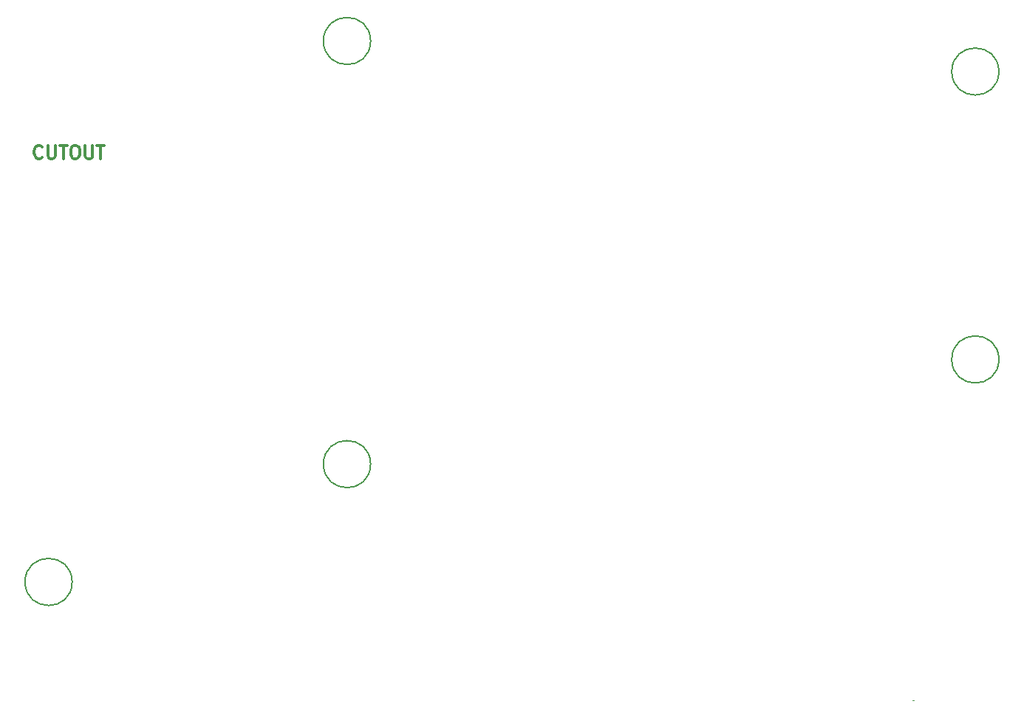
<source format=gbr>
G04 #@! TF.GenerationSoftware,KiCad,Pcbnew,(5.1.8-0-10_14)*
G04 #@! TF.CreationDate,2020-12-13T09:21:38-07:00*
G04 #@! TF.ProjectId,BlueSof,426c7565-536f-4662-9e6b-696361645f70,rev?*
G04 #@! TF.SameCoordinates,Original*
G04 #@! TF.FileFunction,Other,Comment*
%FSLAX46Y46*%
G04 Gerber Fmt 4.6, Leading zero omitted, Abs format (unit mm)*
G04 Created by KiCad (PCBNEW (5.1.8-0-10_14)) date 2020-12-13 09:21:38*
%MOMM*%
%LPD*%
G01*
G04 APERTURE LIST*
%ADD10C,0.300000*%
%ADD11C,0.100000*%
%ADD12C,0.150000*%
G04 APERTURE END LIST*
D10*
X95564285Y-75935714D02*
X95492857Y-76007142D01*
X95278571Y-76078571D01*
X95135714Y-76078571D01*
X94921428Y-76007142D01*
X94778571Y-75864285D01*
X94707142Y-75721428D01*
X94635714Y-75435714D01*
X94635714Y-75221428D01*
X94707142Y-74935714D01*
X94778571Y-74792857D01*
X94921428Y-74650000D01*
X95135714Y-74578571D01*
X95278571Y-74578571D01*
X95492857Y-74650000D01*
X95564285Y-74721428D01*
X96207142Y-74578571D02*
X96207142Y-75792857D01*
X96278571Y-75935714D01*
X96350000Y-76007142D01*
X96492857Y-76078571D01*
X96778571Y-76078571D01*
X96921428Y-76007142D01*
X96992857Y-75935714D01*
X97064285Y-75792857D01*
X97064285Y-74578571D01*
X97564285Y-74578571D02*
X98421428Y-74578571D01*
X97992857Y-76078571D02*
X97992857Y-74578571D01*
X99207142Y-74578571D02*
X99492857Y-74578571D01*
X99635714Y-74650000D01*
X99778571Y-74792857D01*
X99850000Y-75078571D01*
X99850000Y-75578571D01*
X99778571Y-75864285D01*
X99635714Y-76007142D01*
X99492857Y-76078571D01*
X99207142Y-76078571D01*
X99064285Y-76007142D01*
X98921428Y-75864285D01*
X98850000Y-75578571D01*
X98850000Y-75078571D01*
X98921428Y-74792857D01*
X99064285Y-74650000D01*
X99207142Y-74578571D01*
X100492857Y-74578571D02*
X100492857Y-75792857D01*
X100564285Y-75935714D01*
X100635714Y-76007142D01*
X100778571Y-76078571D01*
X101064285Y-76078571D01*
X101207142Y-76007142D01*
X101278571Y-75935714D01*
X101350000Y-75792857D01*
X101350000Y-74578571D01*
X101850000Y-74578571D02*
X102707142Y-74578571D01*
X102278571Y-76078571D02*
X102278571Y-74578571D01*
D11*
X195441573Y-138177449D02*
X195292453Y-138187449D01*
D12*
X99000000Y-124600000D02*
G75*
G03*
X99000000Y-124600000I-2700000J0D01*
G01*
X133200000Y-111100000D02*
G75*
G03*
X133200000Y-111100000I-2700000J0D01*
G01*
X205200000Y-99100000D02*
G75*
G03*
X205200000Y-99100000I-2700000J0D01*
G01*
X205200000Y-66100000D02*
G75*
G03*
X205200000Y-66100000I-2700000J0D01*
G01*
X133200000Y-62600000D02*
G75*
G03*
X133200000Y-62600000I-2700000J0D01*
G01*
M02*

</source>
